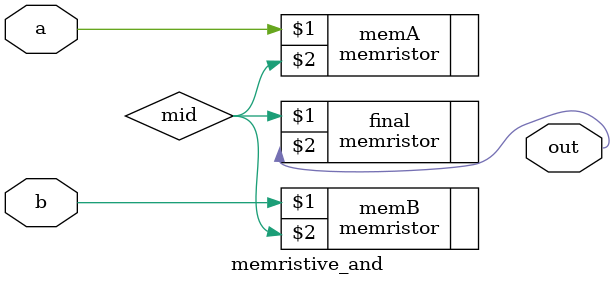
<source format=v>
`timescale 1ns / 1ps


module memristive_and(out, a, b);
    input a, b;
    output out;
    wire mid;
    
    memristor memA (a, mid);
    memristor memB (b, mid);
    memristor final (mid, out);
endmodule

</source>
